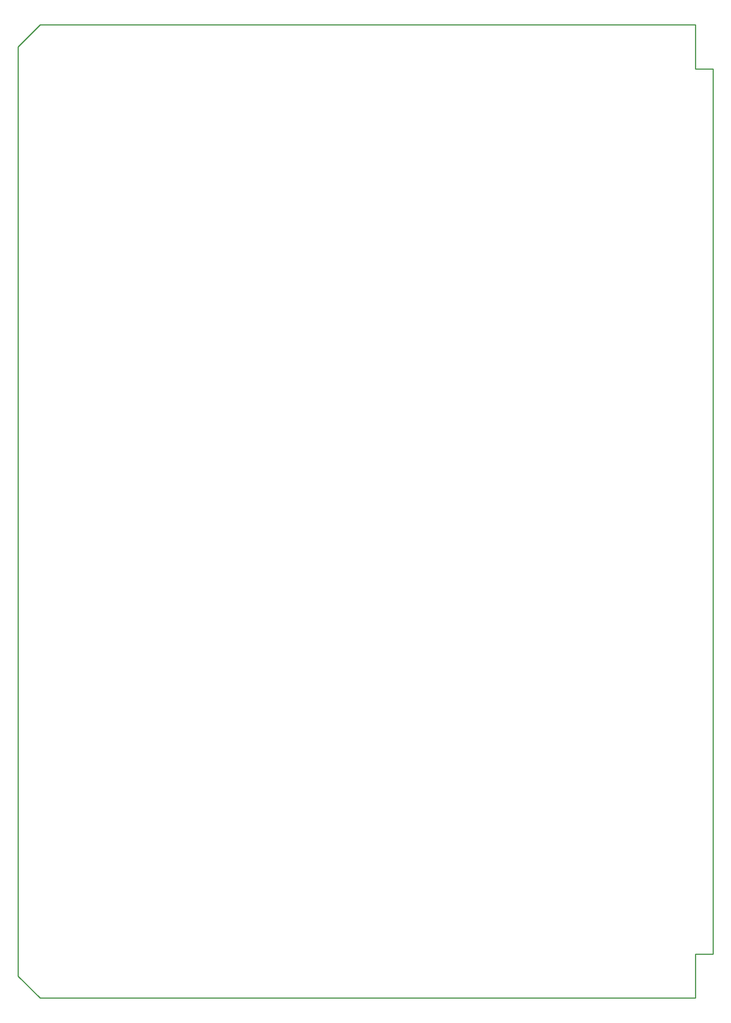
<source format=gm1>
%FSTAX23Y23*%
%MOIN*%
%SFA1B1*%

%IPPOS*%
%ADD62C,0.010000*%
%LNr100.230.010.000-00_invertor-1*%
%LPD*%
G54D62*
X06023Y08267D02*
X06181D01*
X00196Y0D02*
X06023D01*
X00196Y08661D02*
X06023D01*
X06181Y00393D02*
Y08267D01*
X0Y00196D02*
Y08464D01*
X06023Y08267D02*
Y08661D01*
Y0D02*
Y00393D01*
X06181*
X0Y00196D02*
X00196Y0D01*
X0Y08464D02*
X00196Y08661D01*
M02*
</source>
